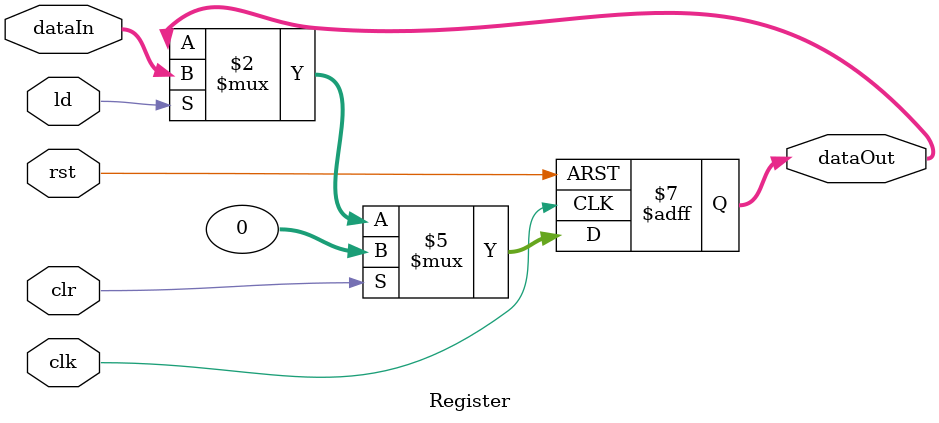
<source format=v>
module Register #(parameter SIZE = 32) (
    clk, 
    rst, 
    ld,
    clr,
    dataIn,
    dataOut
);
    
    input clk, rst, ld, clr;
    input [SIZE-1:0] dataIn;
    output reg [SIZE-1:0] dataOut;

    always @(posedge clk or posedge rst) begin
        if (rst)
            dataOut <= {SIZE{1'b0}};
        else if (clr)
            dataOut <= {SIZE{1'b0}};
        else if (ld)
            dataOut <= dataIn;
    end

endmodule

</source>
